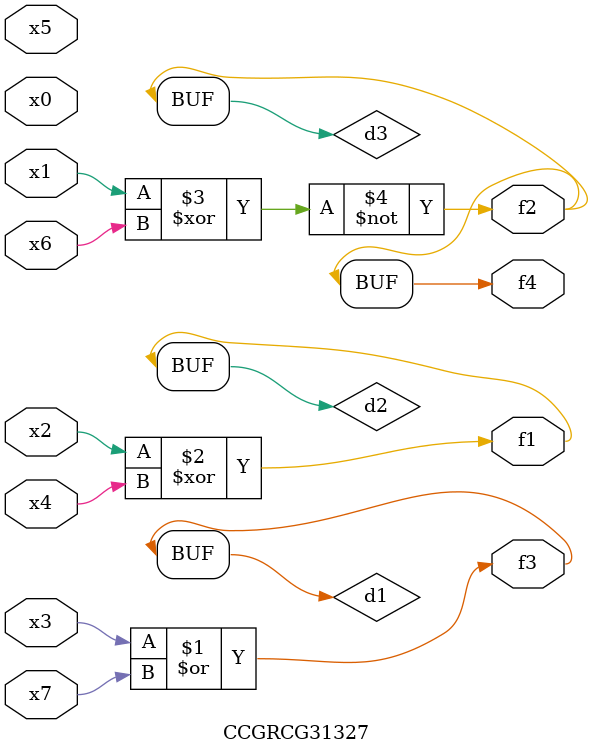
<source format=v>
module CCGRCG31327(
	input x0, x1, x2, x3, x4, x5, x6, x7,
	output f1, f2, f3, f4
);

	wire d1, d2, d3;

	or (d1, x3, x7);
	xor (d2, x2, x4);
	xnor (d3, x1, x6);
	assign f1 = d2;
	assign f2 = d3;
	assign f3 = d1;
	assign f4 = d3;
endmodule

</source>
